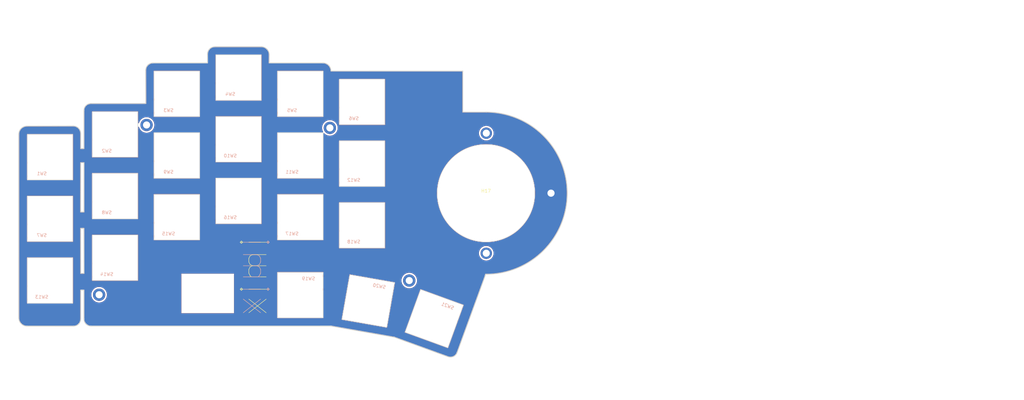
<source format=kicad_pcb>
(kicad_pcb (version 20221018) (generator pcbnew)
  (layers (0 "F.Cu" signal) (31 "B.Cu" signal) (34 "B.Paste" user) (35 "F.Paste" user) (36 "B.SilkS" user "B.Silkscreen") (37 "F.SilkS" user "F.Silkscreen") (38 "B.Mask" user) (39 "F.Mask" user) (44 "Edge.Cuts" user))
  (net 0 "")
  (footprint "fingerpunch-plates:switch-cutout-mx" (layer "F.Cu") (at 112.245465 146.36971)
    (fp_text reference "SW15" (at -2.54 5.08 180) (layer "B.SilkS") (effects (justify mirror)))
    (fp_text value "SW_Push")
    (fp_line (start -7 1.5) (end -7 2) (stroke (width 0.15)) (layer "B.SilkS"))
    (fp_line (start -7 5.6) (end -7 6.2) (stroke (width 0.15)) (layer "B.SilkS"))
    (fp_line (start -7 7) (end -7 -7) (stroke (width 0.15)) (layer "Edge.Cuts"))
    (fp_line (start -7 7) (end 7 7) (stroke (width 0.15)) (layer "Edge.Cuts"))
    (fp_line (start 7 -7) (end -7 -7) (stroke (width 0.15)) (layer "Edge.Cuts"))
    (fp_line (start 7 -7) (end 7 7) (stroke (width 0.15)) (layer "Edge.Cuts"))
  )
  (footprint "fingerpunch-plates:switch-cutout-mx" (layer "F.Cu") (at 131.245455 141.369705)
    (fp_text reference "SW16" (at -2.54 5.08 180) (layer "B.SilkS") (effects (justify mirror)))
    (fp_text value "SW_Push")
    (fp_line (start -7 1.5) (end -7 2) (stroke (width 0.15)) (layer "B.SilkS"))
    (fp_line (start -7 5.6) (end -7 6.2) (stroke (width 0.15)) (layer "B.SilkS"))
    (fp_line (start -7 7) (end -7 -7) (stroke (width 0.15)) (layer "Edge.Cuts"))
    (fp_line (start -7 7) (end 7 7) (stroke (width 0.15)) (layer "Edge.Cuts"))
    (fp_line (start 7 -7) (end -7 -7) (stroke (width 0.15)) (layer "Edge.Cuts"))
    (fp_line (start 7 -7) (end 7 7) (stroke (width 0.15)) (layer "Edge.Cuts"))
  )
  (footprint "fingerpunch-plates:switch-cutout-mx" (layer "F.Cu") (at 169.245467 148.869704)
    (fp_text reference "SW18" (at -2.54 5.08 180) (layer "B.SilkS") (effects (justify mirror)))
    (fp_text value "SW_Push")
    (fp_line (start -7 1.5) (end -7 2) (stroke (width 0.15)) (layer "B.SilkS"))
    (fp_line (start -7 5.6) (end -7 6.2) (stroke (width 0.15)) (layer "B.SilkS"))
    (fp_line (start -7 7) (end -7 -7) (stroke (width 0.15)) (layer "Edge.Cuts"))
    (fp_line (start -7 7) (end 7 7) (stroke (width 0.15)) (layer "Edge.Cuts"))
    (fp_line (start 7 -7) (end -7 -7) (stroke (width 0.15)) (layer "Edge.Cuts"))
    (fp_line (start 7 -7) (end 7 7) (stroke (width 0.15)) (layer "Edge.Cuts"))
  )
  (footprint "fingerpunch-plates:switch-cutout-mx" (layer "F.Cu") (at 93.245464 158.869704)
    (fp_text reference "SW14" (at -2.54 5.08 180) (layer "B.SilkS") (effects (justify mirror)))
    (fp_text value "SW_Push")
    (fp_line (start -7 1.5) (end -7 2) (stroke (width 0.15)) (layer "B.SilkS"))
    (fp_line (start -7 5.6) (end -7 6.2) (stroke (width 0.15)) (layer "B.SilkS"))
    (fp_line (start -7 7) (end -7 -7) (stroke (width 0.15)) (layer "Edge.Cuts"))
    (fp_line (start -7 7) (end 7 7) (stroke (width 0.15)) (layer "Edge.Cuts"))
    (fp_line (start 7 -7) (end -7 -7) (stroke (width 0.15)) (layer "Edge.Cuts"))
    (fp_line (start 7 -7) (end 7 7) (stroke (width 0.15)) (layer "Edge.Cuts"))
  )
  (footprint "fingerpunch-plates:switch-cutout-mx" (layer "F.Cu") (at 150.245466 127.369708)
    (fp_text reference "SW11" (at -2.54 5.08 180) (layer "B.SilkS") (effects (justify mirror)))
    (fp_text value "SW_Push")
    (fp_line (start -7 1.5) (end -7 2) (stroke (width 0.15)) (layer "B.SilkS"))
    (fp_line (start -7 5.6) (end -7 6.2) (stroke (width 0.15)) (layer "B.SilkS"))
    (fp_line (start -7 7) (end -7 -7) (stroke (width 0.15)) (layer "Edge.Cuts"))
    (fp_line (start -7 7) (end 7 7) (stroke (width 0.15)) (layer "Edge.Cuts"))
    (fp_line (start 7 -7) (end -7 -7) (stroke (width 0.15)) (layer "Edge.Cuts"))
    (fp_line (start 7 -7) (end 7 7) (stroke (width 0.15)) (layer "Edge.Cuts"))
  )
  (footprint "fingerpunch-plates:switch-cutout-mx" (layer "F.Cu") (at 150.245466 108.369708)
    (fp_text reference "SW5" (at -2.54 5.08 180) (layer "B.SilkS") (effects (justify mirror)))
    (fp_text value "SW_Push")
    (fp_line (start -7 1.5) (end -7 2) (stroke (width 0.15)) (layer "B.SilkS"))
    (fp_line (start -7 5.6) (end -7 6.2) (stroke (width 0.15)) (layer "B.SilkS"))
    (fp_line (start -7 7) (end -7 -7) (stroke (width 0.15)) (layer "Edge.Cuts"))
    (fp_line (start -7 7) (end 7 7) (stroke (width 0.15)) (layer "Edge.Cuts"))
    (fp_line (start 7 -7) (end -7 -7) (stroke (width 0.15)) (layer "Edge.Cuts"))
    (fp_line (start 7 -7) (end 7 7) (stroke (width 0.15)) (layer "Edge.Cuts"))
  )
  (footprint "fingerpunch-plates:switch-cutout-mx" (layer "F.Cu") (at 150.245461 146.369703)
    (fp_text reference "SW17" (at -2.54 5.08 180) (layer "B.SilkS") (effects (justify mirror)))
    (fp_text value "SW_Push")
    (fp_line (start -7 1.5) (end -7 2) (stroke (width 0.15)) (layer "B.SilkS"))
    (fp_line (start -7 5.6) (end -7 6.2) (stroke (width 0.15)) (layer "B.SilkS"))
    (fp_line (start -7 7) (end -7 -7) (stroke (width 0.15)) (layer "Edge.Cuts"))
    (fp_line (start -7 7) (end 7 7) (stroke (width 0.15)) (layer "Edge.Cuts"))
    (fp_line (start 7 -7) (end -7 -7) (stroke (width 0.15)) (layer "Edge.Cuts"))
    (fp_line (start 7 -7) (end 7 7) (stroke (width 0.15)) (layer "Edge.Cuts"))
  )
  (footprint "fingerpunch-plates:switch-cutout-mx" (layer "F.Cu") (at 112.245463 127.369703)
    (fp_text reference "SW9" (at -2.54 5.08 180) (layer "B.SilkS") (effects (justify mirror)))
    (fp_text value "SW_Push")
    (fp_line (start -7 1.5) (end -7 2) (stroke (width 0.15)) (layer "B.SilkS"))
    (fp_line (start -7 5.6) (end -7 6.2) (stroke (width 0.15)) (layer "B.SilkS"))
    (fp_line (start -7 7) (end -7 -7) (stroke (width 0.15)) (layer "Edge.Cuts"))
    (fp_line (start -7 7) (end 7 7) (stroke (width 0.15)) (layer "Edge.Cuts"))
    (fp_line (start 7 -7) (end -7 -7) (stroke (width 0.15)) (layer "Edge.Cuts"))
    (fp_line (start 7 -7) (end 7 7) (stroke (width 0.15)) (layer "Edge.Cuts"))
  )
  (footprint "fingerpunch-plates:switch-cutout-mx" (layer "F.Cu") (at 131.245464 103.369705)
    (fp_text reference "SW4" (at -2.54 5.08 180) (layer "B.SilkS") (effects (justify mirror)))
    (fp_text value "SW_Push")
    (fp_line (start -7 1.5) (end -7 2) (stroke (width 0.15)) (layer "B.SilkS"))
    (fp_line (start -7 5.6) (end -7 6.2) (stroke (width 0.15)) (layer "B.SilkS"))
    (fp_line (start -7 7) (end -7 -7) (stroke (width 0.15)) (layer "Edge.Cuts"))
    (fp_line (start -7 7) (end 7 7) (stroke (width 0.15)) (layer "Edge.Cuts"))
    (fp_line (start 7 -7) (end -7 -7) (stroke (width 0.15)) (layer "Edge.Cuts"))
    (fp_line (start 7 -7) (end 7 7) (stroke (width 0.15)) (layer "Edge.Cuts"))
  )
  (footprint "fingerpunch-plates:switch-cutout-mx" (layer "F.Cu") (at 169.245467 129.869709)
    (fp_text reference "SW12" (at -2.54 5.08 180) (layer "B.SilkS") (effects (justify mirror)))
    (fp_text value "SW_Push")
    (fp_line (start -7 1.5) (end -7 2) (stroke (width 0.15)) (layer "B.SilkS"))
    (fp_line (start -7 5.6) (end -7 6.2) (stroke (width 0.15)) (layer "B.SilkS"))
    (fp_line (start -7 7) (end -7 -7) (stroke (width 0.15)) (layer "Edge.Cuts"))
    (fp_line (start -7 7) (end 7 7) (stroke (width 0.15)) (layer "Edge.Cuts"))
    (fp_line (start 7 -7) (end -7 -7) (stroke (width 0.15)) (layer "Edge.Cuts"))
    (fp_line (start 7 -7) (end 7 7) (stroke (width 0.15)) (layer "Edge.Cuts"))
  )
  (footprint "fingerpunch-plates:switch-cutout-mx" (layer "F.Cu") (at 169.245462 110.869702)
    (fp_text reference "SW6" (at -2.54 5.08 180) (layer "B.SilkS") (effects (justify mirror)))
    (fp_text value "SW_Push")
    (fp_line (start -7 1.5) (end -7 2) (stroke (width 0.15)) (layer "B.SilkS"))
    (fp_line (start -7 5.6) (end -7 6.2) (stroke (width 0.15)) (layer "B.SilkS"))
    (fp_line (start -7 7) (end -7 -7) (stroke (width 0.15)) (layer "Edge.Cuts"))
    (fp_line (start -7 7) (end 7 7) (stroke (width 0.15)) (layer "Edge.Cuts"))
    (fp_line (start 7 -7) (end -7 -7) (stroke (width 0.15)) (layer "Edge.Cuts"))
    (fp_line (start 7 -7) (end 7 7) (stroke (width 0.15)) (layer "Edge.Cuts"))
  )
  (footprint "fingerpunch-plates:switch-cutout-mx" (layer "F.Cu") (at 131.245461 122.369701)
    (fp_text reference "SW10" (at -2.54 5.08 180) (layer "B.SilkS") (effects (justify mirror)))
    (fp_text value "SW_Push")
    (fp_line (start -7 1.5) (end -7 2) (stroke (width 0.15)) (layer "B.SilkS"))
    (fp_line (start -7 5.6) (end -7 6.2) (stroke (width 0.15)) (layer "B.SilkS"))
    (fp_line (start -7 7) (end -7 -7) (stroke (width 0.15)) (layer "Edge.Cuts"))
    (fp_line (start -7 7) (end 7 7) (stroke (width 0.15)) (layer "Edge.Cuts"))
    (fp_line (start 7 -7) (end -7 -7) (stroke (width 0.15)) (layer "Edge.Cuts"))
    (fp_line (start 7 -7) (end 7 7) (stroke (width 0.15)) (layer "Edge.Cuts"))
  )
  (footprint "fingerpunch-plates:switch-cutout-mx" (layer "F.Cu") (at 93.245467 120.869705)
    (fp_text reference "SW2" (at -2.54 5.08 180) (layer "B.SilkS") (effects (justify mirror)))
    (fp_text value "SW_Push")
    (fp_line (start -7 1.5) (end -7 2) (stroke (width 0.15)) (layer "B.SilkS"))
    (fp_line (start -7 5.6) (end -7 6.2) (stroke (width 0.15)) (layer "B.SilkS"))
    (fp_line (start -7 7) (end -7 -7) (stroke (width 0.15)) (layer "Edge.Cuts"))
    (fp_line (start -7 7) (end 7 7) (stroke (width 0.15)) (layer "Edge.Cuts"))
    (fp_line (start 7 -7) (end -7 -7) (stroke (width 0.15)) (layer "Edge.Cuts"))
    (fp_line (start 7 -7) (end 7 7) (stroke (width 0.15)) (layer "Edge.Cuts"))
  )
  (footprint "fingerpunch-plates:switch-cutout-mx" (layer "F.Cu") (at 112.245468 108.369716)
    (fp_text reference "SW3" (at -2.54 5.08 180) (layer "B.SilkS") (effects (justify mirror)))
    (fp_text value "SW_Push")
    (fp_line (start -7 1.5) (end -7 2) (stroke (width 0.15)) (layer "B.SilkS"))
    (fp_line (start -7 5.6) (end -7 6.2) (stroke (width 0.15)) (layer "B.SilkS"))
    (fp_line (start -7 7) (end -7 -7) (stroke (width 0.15)) (layer "Edge.Cuts"))
    (fp_line (start -7 7) (end 7 7) (stroke (width 0.15)) (layer "Edge.Cuts"))
    (fp_line (start 7 -7) (end -7 -7) (stroke (width 0.15)) (layer "Edge.Cuts"))
    (fp_line (start 7 -7) (end 7 7) (stroke (width 0.15)) (layer "Edge.Cuts"))
  )
  (footprint "fingerpunch-plates:switch-cutout-mx" (layer "F.Cu") (at 93.245468 139.869705)
    (fp_text reference "SW8" (at -2.54 5.08 180) (layer "B.SilkS") (effects (justify mirror)))
    (fp_text value "SW_Push")
    (fp_line (start -7 1.5) (end -7 2) (stroke (width 0.15)) (layer "B.SilkS"))
    (fp_line (start -7 5.6) (end -7 6.2) (stroke (width 0.15)) (layer "B.SilkS"))
    (fp_line (start -7 7) (end -7 -7) (stroke (width 0.15)) (layer "Edge.Cuts"))
    (fp_line (start -7 7) (end 7 7) (stroke (width 0.15)) (layer "Edge.Cuts"))
    (fp_line (start 7 -7) (end -7 -7) (stroke (width 0.15)) (layer "Edge.Cuts"))
    (fp_line (start 7 -7) (end 7 7) (stroke (width 0.15)) (layer "Edge.Cuts"))
  )
  (footprint "fingerpunch-plates:switch-cutout-mx" (layer "F.Cu") (at 171.165552 172.199978 170)
    (fp_text reference "SW20" (at -2.54 5.08 350) (layer "B.SilkS") (effects (justify mirror)))
    (fp_text value "SW_Push")
    (fp_line (start -7 1.5) (end -7 2) (stroke (width 0.15)) (layer "B.SilkS"))
    (fp_line (start -7 5.6) (end -7 6.2) (stroke (width 0.15)) (layer "B.SilkS"))
    (fp_line (start -7 7) (end -7 -7) (stroke (width 0.15)) (layer "Edge.Cuts"))
    (fp_line (start -7 7) (end 7 7) (stroke (width 0.15)) (layer "Edge.Cuts"))
    (fp_line (start 7 -7) (end -7 -7) (stroke (width 0.15)) (layer "Edge.Cuts"))
    (fp_line (start 7 -7) (end 7 7) (stroke (width 0.15)) (layer "Edge.Cuts"))
  )
  (footprint "fingerpunch-plates:switch-cutout-mx" (layer "F.Cu") (at 191.449994 177.635174 160)
    (fp_text reference "SW21" (at -2.54 5.08 340) (layer "B.SilkS") (effects (justify mirror)))
    (fp_text value "SW_Push")
    (fp_line (start -7 1.5) (end -7 2) (stroke (width 0.15)) (layer "B.SilkS"))
    (fp_line (start -7 5.6) (end -7 6.2) (stroke (width 0.15)) (layer "B.SilkS"))
    (fp_line (start -7 7) (end -7 -7) (stroke (width 0.15)) (layer "Edge.Cuts"))
    (fp_line (start -7 7) (end 7 7) (stroke (width 0.15)) (layer "Edge.Cuts"))
    (fp_line (start 7 -7) (end -7 -7) (stroke (width 0.15)) (layer "Edge.Cuts"))
    (fp_line (start 7 -7) (end 7 7) (stroke (width 0.15)) (layer "Edge.Cuts"))
  )
  (footprint "fingerpunch-plates:switch-cutout-mx" (layer "F.Cu") (at 150.245462 170.369704 180)
    (fp_text reference "SW19" (at -2.54 5.08) (layer "B.SilkS") (effects (justify mirror)))
    (fp_text value "SW_Push")
    (fp_line (start -7 1.5) (end -7 2) (stroke (width 0.15)) (layer "B.SilkS"))
    (fp_line (start -7 5.6) (end -7 6.2) (stroke (width 0.15)) (layer "B.SilkS"))
    (fp_line (start -7 7) (end -7 -7) (stroke (width 0.15)) (layer "Edge.Cuts"))
    (fp_line (start -7 7) (end 7 7) (stroke (width 0.15)) (layer "Edge.Cuts"))
    (fp_line (start 7 -7) (end -7 -7) (stroke (width 0.15)) (layer "Edge.Cuts"))
    (fp_line (start 7 -7) (end 7 7) (stroke (width 0.15)) (layer "Edge.Cuts"))
  )
  (footprint "fingerpunch-plates:switch-cutout-mx" (layer "F.Cu") (at 73.245464 127.869706)
    (fp_text reference "SW1" (at -2.54 5.08 180) (layer "B.SilkS") (effects (justify mirror)))
    (fp_text value "SW_Push")
    (fp_line (start -7 1.5) (end -7 2) (stroke (width 0.15)) (layer "B.SilkS"))
    (fp_line (start -7 5.6) (end -7 6.2) (stroke (width 0.15)) (layer "B.SilkS"))
    (fp_line (start -7 7) (end -7 -7) (stroke (width 0.15)) (layer "Edge.Cuts"))
    (fp_line (start -7 7) (end 7 7) (stroke (width 0.15)) (layer "Edge.Cuts"))
    (fp_line (start 7 -7) (end -7 -7) (stroke (width 0.15)) (layer "Edge.Cuts"))
    (fp_line (start 7 -7) (end 7 7) (stroke (width 0.15)) (layer "Edge.Cuts"))
  )
  (footprint "fingerpunch-plates:switch-cutout-mx" (layer "F.Cu") (at 73.245468 146.869701)
    (fp_text reference "SW7" (at -2.54 5.08 180) (layer "B.SilkS") (effects (justify mirror)))
    (fp_text value "SW_Push")
    (fp_line (start -7 1.5) (end -7 2) (stroke (width 0.15)) (layer "B.SilkS"))
    (fp_line (start -7 5.6) (end -7 6.2) (stroke (width 0.15)) (layer "B.SilkS"))
    (fp_line (start -7 7) (end -7 -7) (stroke (width 0.15)) (layer "Edge.Cuts"))
    (fp_line (start -7 7) (end 7 7) (stroke (width 0.15)) (layer "Edge.Cuts"))
    (fp_line (start 7 -7) (end -7 -7) (stroke (width 0.15)) (layer "Edge.Cuts"))
    (fp_line (start 7 -7) (end 7 7) (stroke (width 0.15)) (layer "Edge.Cuts"))
  )
  (footprint "fingerpunch-plates:switch-cutout-mx" (layer "F.Cu") (at 73.245472 165.869706)
    (fp_text reference "SW13" (at -2.54 5.08 180) (layer "B.SilkS") (effects (justify mirror)))
    (fp_text value "SW_Push")
    (fp_line (start -7 1.5) (end -7 2) (stroke (width 0.15)) (layer "B.SilkS"))
    (fp_line (start -7 5.6) (end -7 6.2) (stroke (width 0.15)) (layer "B.SilkS"))
    (fp_line (start -7 7) (end -7 -7) (stroke (width 0.15)) (layer "Edge.Cuts"))
    (fp_line (start -7 7) (end 7 7) (stroke (width 0.15)) (layer "Edge.Cuts"))
    (fp_line (start 7 -7) (end -7 -7) (stroke (width 0.15)) (layer "Edge.Cuts"))
    (fp_line (start 7 -7) (end 7 7) (stroke (width 0.15)) (layer "Edge.Cuts"))
  )
  (footprint "fingerpunch-plates:MountingHole_2.2mm_M2_DIN965_Pad" (layer "F.Cu") (at 159.345462 118.869702)
    (fp_text reference "H2" hide)
    (fp_text value "MountingHole")
    (pad "1" thru_hole circle (at 0 0) (size 3.8 3.8) (drill 2.2) (layers "*.Cu" "*.Mask"))
  )
  (footprint "fingerpunch-plates:MountingHole_2.2mm_M2_DIN965_Pad" (layer "F.Cu") (at 227.386 138.978)
    (fp_text reference "H5" hide)
    (fp_text value "MountingHole")
    (pad "1" thru_hole circle (at 0 0) (size 3.8 3.8) (drill 2.2) (layers "*.Cu" "*.Mask"))
  )
  (footprint "fingerpunch-plates:MountingHole_2.2mm_M2_DIN965_Pad" (layer "F.Cu") (at 102.945466 117.969717)
    (fp_text reference "H1" hide)
    (fp_text value "MountingHole")
    (pad "1" thru_hole circle (at 0 0) (size 3.8 3.8) (drill 2.2) (layers "*.Cu" "*.Mask"))
  )
  (footprint "fingerpunch-plates:fp-trackball-pcb-mount" (layer "F.Cu") (at 207.386 138.978)
    (fp_text reference "H17" (at -0.001 -0.710001 unlocked) (layer "F.SilkS"))
    (fp_text value "fp-modular-pointing-mount")
    (fp_circle (center 0 0) (end 15.000003 0) (stroke (width 0.12)) (fill none) (layer "Edge.Cuts"))
    (pad "1" thru_hole circle (at 0.076 18.508998 90) (size 3.5 3.5) (drill 2.2) (layers "*.Cu" "*.Mask"))
    (pad "1" thru_hole circle (at 0.086 -18.481002) (size 3.5 3.5) (drill 2.2) (layers "*.Cu" "*.Mask"))
  )
  (footprint "fingerpunch-plates:RotaryEncoder_EC11-no-legs" (layer "F.Cu") (at 121.745462 169.869704 180)
    (fp_text reference "SW47")
    (fp_text value "RotaryEncoder_Switch")
    (fp_line (start -8 -6) (end -8 6) (stroke (width 0.05)) (layer "Edge.Cuts"))
    (fp_line (start -8 -6) (end 8 -6) (stroke (width 0.05)) (layer "Edge.Cuts"))
    (fp_line (start 8 6) (end -8 6) (stroke (width 0.05)) (layer "Edge.Cuts"))
    (fp_line (start 8 6) (end 8 -6) (stroke (width 0.05)) (layer "Edge.Cuts"))
  )
  (footprint "fingerpunch-plates:MountingHole_2.2mm_M2_DIN965_Pad" (layer "F.Cu") (at 88.345464 170.269706)
    (fp_text reference "H3" hide)
    (fp_text value "MountingHole")
    (pad "1" thru_hole circle (at 0 0) (size 3.8 3.8) (drill 2.2) (layers "*.Cu" "*.Mask"))
  )
  (footprint "fingerpunch-plates:MountingHole_2.2mm_M2_DIN965_Pad" (layer "F.Cu") (at 183.765551 165.899976)
    (fp_text reference "H4" hide)
    (fp_text value "MountingHole")
    (pad "1" thru_hole circle (at 0 0) (size 3.8 3.8) (drill 2.2) (layers "*.Cu" "*.Mask"))
  )
  (gr_line (start 63.623059 177.374778) (end 63.627006 120.834703) (stroke (width 0.25)) (layer "Edge.Cuts"))
  (gr_curve (pts (xy 122.348851 94.539571) (xy 122.777434 94.106535) (xy 123.361406 93.862864) (xy 123.970675 93.862844)) (stroke (width 0.25)) (layer "Edge.Cuts"))
  (gr_curve (pts (xy 66.181444 179.934898) (xy 64.768167 179.934037) (xy 63.622957 178.788059) (xy 63.623059 177.374778)) (stroke (width 0.25)) (layer "Edge.Cuts"))
  (gr_line (start 102.716666 111.362411) (end 102.676659 101.121419) (stroke (width 0.25)) (layer "Edge.Cuts"))
  (gr_line (start 83.664169 125.245121) (end 83.665199 113.519746) (stroke (width 0.25)) (layer "Edge.Cuts"))
  (gr_curve (pts (xy 85.861426 179.920573) (xy 85.280337 179.920639) (xy 84.723033 179.68982) (xy 84.312156 179.278911)) (stroke (width 0.25)) (layer "Edge.Cuts"))
  (gr_curve (pts (xy 103.332185 99.525603) (xy 103.754165 99.101971) (xy 104.327482 98.863835) (xy 104.925423 98.863839)) (stroke (width 0.25)) (layer "Edge.Cuts"))
  (gr_line (start 83.675097 144.773313) (end 82.660834 144.773319) (stroke (width 0.25)) (layer "Edge.Cuts"))
  (gr_curve (pts (xy 157.215333 98.86356) (xy 157.874127 98.863531) (xy 158.505211 99.128642) (xy 158.966338 99.59913)) (stroke (width 0.25)) (layer "Edge.Cuts"))
  (gr_line (start 82.684011 163.693477) (end 82.66762 149.814832) (stroke (width 0.25)) (layer "Edge.Cuts"))
  (gr_line (start 104.925423 98.863839) (end 121.716652 98.863789) (stroke (width 0.25)) (layer "Edge.Cuts"))
  (gr_curve (pts (xy 82.005518 118.957895) (xy 82.434394 119.385796) (xy 82.675447 119.966722) (xy 82.675505 120.572564)) (stroke (width 0.25)) (layer "Edge.Cuts"))
  (gr_line (start 82.675936 125.246956) (end 83.664169 125.245121) (stroke (width 0.25)) (layer "Edge.Cuts"))
  (gr_line (start 121.716652 98.863789) (end 121.688911 96.168293) (stroke (width 0.25)) (layer "Edge.Cuts"))
  (gr_line (start 83.682739 129.571482) (end 82.675175 129.571481) (stroke (width 0.25)) (layer "Edge.Cuts"))
  (gr_curve (pts (xy 82.677458 177.732047) (xy 82.677451 178.318812) (xy 82.444262 178.881526) (xy 82.029231 179.296296)) (stroke (width 0.25)) (layer "Edge.Cuts"))
  (gr_line (start 200.24 114) (end 207.475766 114) (stroke (width 0.25)) (layer "Edge.Cuts"))
  (gr_line (start 83.699871 163.693481) (end 82.684011 163.693477) (stroke (width 0.25)) (layer "Edge.Cuts"))
  (gr_line (start 83.671242 168.815998) (end 82.678026 168.816001) (stroke (width 0.25)) (layer "Edge.Cuts"))
  (gr_line (start 82.678026 168.816001) (end 82.677458 177.732047) (stroke (width 0.25)) (layer "Edge.Cuts"))
  (gr_line (start 200.24 114) (end 200.24 101.36) (stroke (width 0.25)) (layer "Edge.Cuts"))
  (gr_line (start 123.970675 93.862844) (end 138.210057 93.862308) (stroke (width 0.25)) (layer "Edge.Cuts"))
  (gr_curve (pts (xy 84.312156 179.278911) (xy 83.90127 178.868003) (xy 83.670484 178.31069) (xy 83.670573 177.729602)) (stroke (width 0.25)) (layer "Edge.Cuts"))
  (gr_line (start 195.687446 189.353523) (end 179.188192 183.34702) (stroke (width 0.25)) (layer "Edge.Cuts"))
  (gr_line (start 140.69101 96.368479) (end 140.665668 98.864175) (stroke (width 0.25)) (layer "Edge.Cuts"))
  (gr_arc (start 207.475766 114) (mid 232.363833 139.105869) (end 207.220029 163.95561) (stroke (width 0.25)) (layer "Edge.Cuts"))
  (gr_line (start 82.675505 120.572564) (end 82.675936 125.246956) (stroke (width 0.25)) (layer "Edge.Cuts"))
  (gr_curve (pts (xy 138.210057 93.862308) (xy 138.872436 93.862288) (xy 139.507317 94.127135) (xy 139.973318 94.597863)) (stroke (width 0.25)) (layer "Edge.Cuts"))
  (gr_line (start 159.716248 179.913123) (end 85.861426 179.920573) (stroke (width 0.25)) (layer "Edge.Cuts"))
  (gr_curve (pts (xy 80.389305 118.2916) (xy 80.995141 118.29027) (xy 81.576628 118.529989) (xy 82.005518 118.957895)) (stroke (width 0.25)) (layer "Edge.Cuts"))
  (gr_line (start 159.666592 101.364554) (end 200.24 101.36) (stroke (width 0.25)) (layer "Edge.Cuts"))
  (gr_arc (start 207.220028 163.95561) (mid 207.175547 164.17332) (end 207.129198 164.39064) (stroke (width 0.25)) (layer "Edge.Cuts"))
  (gr_line (start 80.464585 179.943552) (end 66.181444 179.934898) (stroke (width 0.25)) (layer "Edge.Cuts"))
  (gr_line (start 140.665668 98.864175) (end 157.215333 98.86356) (stroke (width 0.25)) (layer "Edge.Cuts"))
  (gr_line (start 83.699871 163.693481) (end 83.661606 149.814837) (stroke (width 0.25)) (layer "Edge.Cuts"))
  (gr_curve (pts (xy 121.688911 96.168293) (xy 121.682644 95.559055) (xy 121.920258 94.97261) (xy 122.348851 94.539571)) (stroke (width 0.25)) (layer "Edge.Cuts"))
  (gr_line (start 83.661605 149.814831) (end 82.66762 149.814832) (stroke (width 0.25)) (layer "Edge.Cuts"))
  (gr_line (start 83.670573 177.729602) (end 83.671242 168.815998) (stroke (width 0.25)) (layer "Edge.Cuts"))
  (gr_line (start 82.660838 144.773318) (end 82.67518 129.571485) (stroke (width 0.25)) (layer "Edge.Cuts"))
  (gr_curve (pts (xy 102.676659 101.121419) (xy 102.674322 100.523492) (xy 102.910212 99.949241) (xy 103.332185 99.525603)) (stroke (width 0.25)) (layer "Edge.Cuts"))
  (gr_curve (pts (xy 197.362755 189.280526) (xy 196.836095 189.526092) (xy 196.23346 189.552351) (xy 195.687446 189.353523)) (stroke (width 0.25)) (layer "Edge.Cuts"))
  (gr_curve (pts (xy 82.029231 179.296296) (xy 81.614199 179.711069) (xy 81.051356 179.943914) (xy 80.464585 179.943552)) (stroke (width 0.25)) (layer "Edge.Cuts"))
  (gr_line (start 207.130049 164.390824) (end 198.495602 188.044151) (stroke (width 0.25)) (layer "Edge.Cuts"))
  (gr_curve (pts (xy 139.973318 94.597863) (xy 140.439323 95.068603) (xy 140.697731 95.706143) (xy 140.69101 96.368479)) (stroke (width 0.25)) (layer "Edge.Cuts"))
  (gr_curve (pts (xy 158.966338 99.59913) (xy 159.427472 100.06963) (xy 159.679848 100.705905) (xy 159.666592 101.364554)) (stroke (width 0.25)) (layer "Edge.Cuts"))
  (gr_line (start 85.822001 111.363039) (end 102.716666 111.362411) (stroke (width 0.25)) (layer "Edge.Cuts"))
  (gr_curve (pts (xy 198.495602 188.044151) (xy 198.296919 188.590219) (xy 197.889411 189.034968) (xy 197.362755 189.280526)) (stroke (width 0.25)) (layer "Edge.Cuts"))
  (gr_line (start 179.188192 183.34702) (end 159.716248 179.913123) (stroke (width 0.25)) (layer "Edge.Cuts"))
  (gr_line (start 83.675111 144.773328) (end 83.682739 129.571477) (stroke (width 0.25)) (layer "Edge.Cuts"))
  (gr_curve (pts (xy 63.627006 120.834703) (xy 63.6271 119.449648) (xy 64.748317 118.326041) (xy 66.133367 118.322996)) (stroke (width 0.25)) (layer "Edge.Cuts"))
  (gr_curve (pts (xy 83.665199 113.519746) (xy 83.66531 112.328625) (xy 84.6309 111.363085) (xy 85.822001 111.363039)) (stroke (width 0.25)) (layer "Edge.Cuts"))
  (gr_line (start 66.133367 118.322996) (end 80.389305 118.2916) (stroke (width 0.25)) (layer "Edge.Cuts"))
  (gr_text "ximi" (at 136.39 164.57 -90) (layer "B.SilkS") (effects (font (size 8 8)) (justify mirror)))
  (gr_text "ximi" (at 136.05 164.57 90) (layer "F.SilkS") (effects (font (size 8 8))))
  (zone (net 0) (net_name "") (layers "F&B.Cu") (connect_pads (clearance 0.508)) (min_thickness 0.254) (fill yes (thermal_gap 0.508) (thermal_bridge_width 0.508))
    (polygon (pts (xy 372.92 200.28) (xy 58.2 202.72) (xy 57.85 79.47) (xy 372.92 79.47)))
  )
)
</source>
